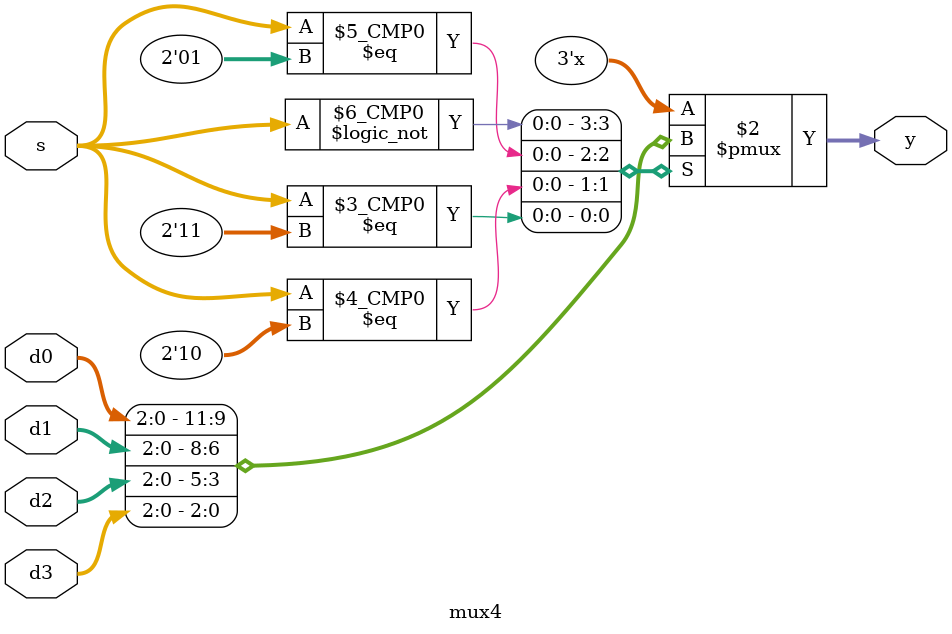
<source format=v>
module mux4(input [2:0] d0, d1, d2, d3,
	input [1:0] s,
	output reg [2:0] y);

	always @( * )
	case(s)
	2'b00: y <= d0;
	2'b01: y <= d1;
	2'b10: y <= d2;
	2'b11: y <= d3;
	endcase
endmodule
</source>
